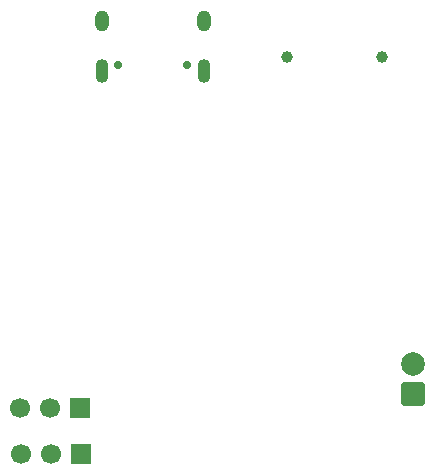
<source format=gbr>
%TF.GenerationSoftware,KiCad,Pcbnew,9.0.3*%
%TF.CreationDate,2025-11-29T09:23:08-06:00*%
%TF.ProjectId,zenith,7a656e69-7468-42e6-9b69-6361645f7063,rev?*%
%TF.SameCoordinates,Original*%
%TF.FileFunction,Soldermask,Bot*%
%TF.FilePolarity,Negative*%
%FSLAX46Y46*%
G04 Gerber Fmt 4.6, Leading zero omitted, Abs format (unit mm)*
G04 Created by KiCad (PCBNEW 9.0.3) date 2025-11-29 09:23:08*
%MOMM*%
%LPD*%
G01*
G04 APERTURE LIST*
G04 Aperture macros list*
%AMRoundRect*
0 Rectangle with rounded corners*
0 $1 Rounding radius*
0 $2 $3 $4 $5 $6 $7 $8 $9 X,Y pos of 4 corners*
0 Add a 4 corners polygon primitive as box body*
4,1,4,$2,$3,$4,$5,$6,$7,$8,$9,$2,$3,0*
0 Add four circle primitives for the rounded corners*
1,1,$1+$1,$2,$3*
1,1,$1+$1,$4,$5*
1,1,$1+$1,$6,$7*
1,1,$1+$1,$8,$9*
0 Add four rect primitives between the rounded corners*
20,1,$1+$1,$2,$3,$4,$5,0*
20,1,$1+$1,$4,$5,$6,$7,0*
20,1,$1+$1,$6,$7,$8,$9,0*
20,1,$1+$1,$8,$9,$2,$3,0*%
G04 Aperture macros list end*
%ADD10RoundRect,0.250000X0.750000X-0.750000X0.750000X0.750000X-0.750000X0.750000X-0.750000X-0.750000X0*%
%ADD11C,2.000000*%
%ADD12R,1.700000X1.700000*%
%ADD13C,1.700000*%
%ADD14C,1.000000*%
%ADD15C,0.700000*%
%ADD16O,1.100000X2.000000*%
%ADD17O,1.200000X1.800000*%
G04 APERTURE END LIST*
D10*
%TO.C,J1*%
X137300000Y-96850000D03*
D11*
X137300000Y-94310000D03*
%TD*%
D12*
%TO.C,SERVO HEADERS*%
X109150000Y-101880000D03*
D13*
X106610000Y-101880000D03*
X104070000Y-101880000D03*
%TD*%
D14*
%TO.C,SD Card*%
X134640000Y-68310000D03*
X126640000Y-68310000D03*
%TD*%
D12*
%TO.C,J2*%
X109140000Y-98000000D03*
D13*
X106600000Y-98000000D03*
X104060000Y-98000000D03*
%TD*%
D15*
%TO.C,USB1*%
X118140000Y-68960000D03*
X112360000Y-68960000D03*
D16*
X119570000Y-69490000D03*
D17*
X119570000Y-65280000D03*
D16*
X110930000Y-69490000D03*
D17*
X110930000Y-65280000D03*
%TD*%
M02*

</source>
